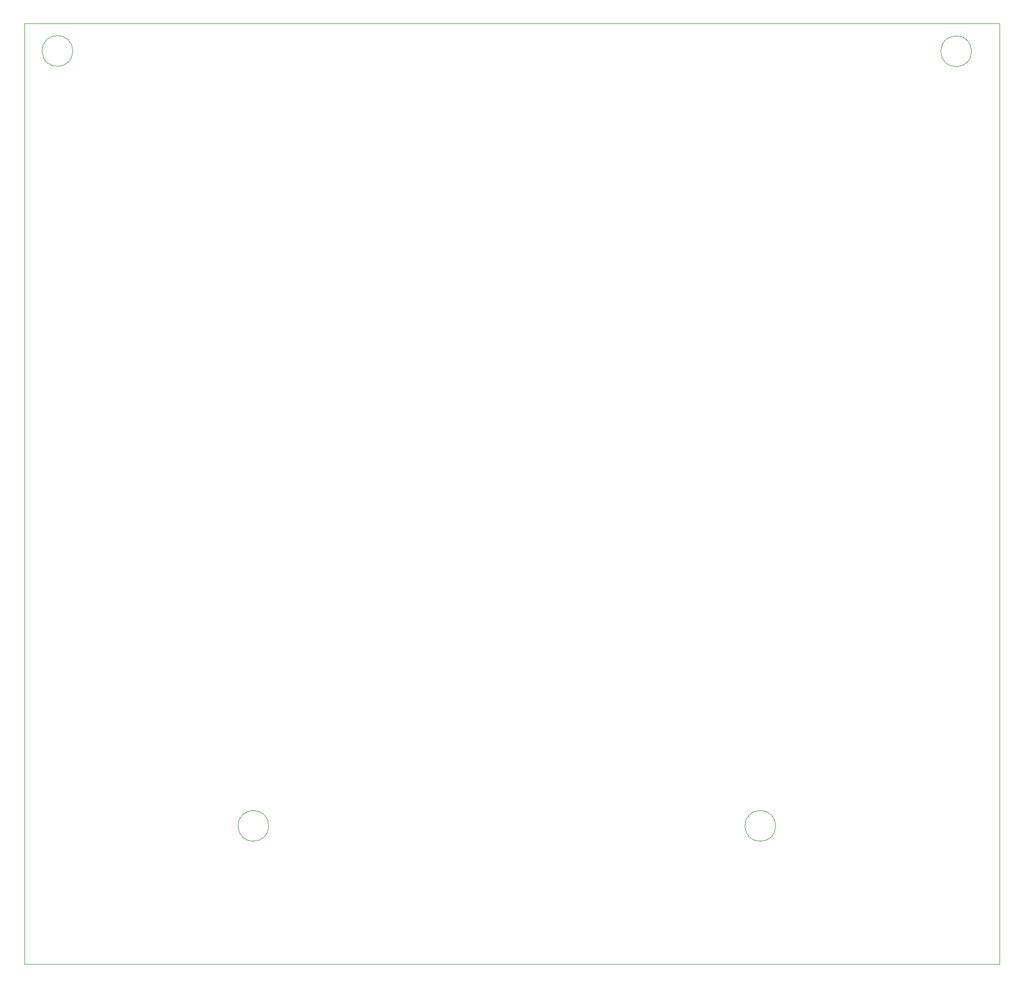
<source format=gbr>
%TF.GenerationSoftware,KiCad,Pcbnew,(6.0.6)*%
%TF.CreationDate,2022-09-09T15:48:10+03:00*%
%TF.ProjectId,main_board,6d61696e-5f62-46f6-9172-642e6b696361,rev?*%
%TF.SameCoordinates,Original*%
%TF.FileFunction,Profile,NP*%
%FSLAX46Y46*%
G04 Gerber Fmt 4.6, Leading zero omitted, Abs format (unit mm)*
G04 Created by KiCad (PCBNEW (6.0.6)) date 2022-09-09 15:48:10*
%MOMM*%
%LPD*%
G01*
G04 APERTURE LIST*
%TA.AperFunction,Profile*%
%ADD10C,0.100000*%
%TD*%
G04 APERTURE END LIST*
D10*
X15558800Y-16510000D02*
X174040800Y-16510000D01*
X174040800Y-16510000D02*
X174040800Y-169510000D01*
X174040800Y-169510000D02*
X15558800Y-169510000D01*
X15558800Y-169510000D02*
X15558800Y-16510000D01*
X55230400Y-147015200D02*
G75*
G03*
X55230400Y-147015200I-2500000J0D01*
G01*
X23378800Y-20980400D02*
G75*
G03*
X23378800Y-20980400I-2500000J0D01*
G01*
X137628000Y-147015200D02*
G75*
G03*
X137628000Y-147015200I-2500000J0D01*
G01*
X169479200Y-21031200D02*
G75*
G03*
X169479200Y-21031200I-2500000J0D01*
G01*
M02*

</source>
